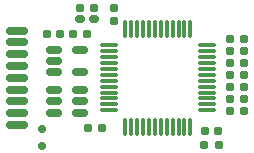
<source format=gbr>
%TF.GenerationSoftware,KiCad,Pcbnew,7.0.9*%
%TF.CreationDate,2024-09-12T17:06:43+08:00*%
%TF.ProjectId,FlyingStone-clone-01,466c7969-6e67-4537-946f-6e652d636c6f,rev?*%
%TF.SameCoordinates,Original*%
%TF.FileFunction,Paste,Top*%
%TF.FilePolarity,Positive*%
%FSLAX46Y46*%
G04 Gerber Fmt 4.6, Leading zero omitted, Abs format (unit mm)*
G04 Created by KiCad (PCBNEW 7.0.9) date 2024-09-12 17:06:43*
%MOMM*%
%LPD*%
G01*
G04 APERTURE LIST*
G04 Aperture macros list*
%AMRoundRect*
0 Rectangle with rounded corners*
0 $1 Rounding radius*
0 $2 $3 $4 $5 $6 $7 $8 $9 X,Y pos of 4 corners*
0 Add a 4 corners polygon primitive as box body*
4,1,4,$2,$3,$4,$5,$6,$7,$8,$9,$2,$3,0*
0 Add four circle primitives for the rounded corners*
1,1,$1+$1,$2,$3*
1,1,$1+$1,$4,$5*
1,1,$1+$1,$6,$7*
1,1,$1+$1,$8,$9*
0 Add four rect primitives between the rounded corners*
20,1,$1+$1,$2,$3,$4,$5,0*
20,1,$1+$1,$4,$5,$6,$7,0*
20,1,$1+$1,$6,$7,$8,$9,0*
20,1,$1+$1,$8,$9,$2,$3,0*%
G04 Aperture macros list end*
%ADD10RoundRect,0.175000X-0.725000X0.175000X-0.725000X-0.175000X0.725000X-0.175000X0.725000X0.175000X0*%
%ADD11RoundRect,0.175000X0.725000X0.175000X-0.725000X0.175000X-0.725000X-0.175000X0.725000X-0.175000X0*%
%ADD12RoundRect,0.160000X0.197500X0.160000X-0.197500X0.160000X-0.197500X-0.160000X0.197500X-0.160000X0*%
%ADD13RoundRect,0.160000X0.222500X0.160000X-0.222500X0.160000X-0.222500X-0.160000X0.222500X-0.160000X0*%
%ADD14RoundRect,0.155000X-0.212500X-0.155000X0.212500X-0.155000X0.212500X0.155000X-0.212500X0.155000X0*%
%ADD15RoundRect,0.160000X-0.197500X-0.160000X0.197500X-0.160000X0.197500X0.160000X-0.197500X0.160000X0*%
%ADD16RoundRect,0.150000X-0.512500X-0.150000X0.512500X-0.150000X0.512500X0.150000X-0.512500X0.150000X0*%
%ADD17RoundRect,0.155000X0.212500X0.155000X-0.212500X0.155000X-0.212500X-0.155000X0.212500X-0.155000X0*%
%ADD18RoundRect,0.150000X0.200000X-0.150000X0.200000X0.150000X-0.200000X0.150000X-0.200000X-0.150000X0*%
%ADD19RoundRect,0.075000X0.662500X0.075000X-0.662500X0.075000X-0.662500X-0.075000X0.662500X-0.075000X0*%
%ADD20RoundRect,0.075000X0.075000X0.662500X-0.075000X0.662500X-0.075000X-0.662500X0.075000X-0.662500X0*%
%ADD21RoundRect,0.150000X0.512500X0.150000X-0.512500X0.150000X-0.512500X-0.150000X0.512500X-0.150000X0*%
%ADD22RoundRect,0.155000X0.155000X-0.212500X0.155000X0.212500X-0.155000X0.212500X-0.155000X-0.212500X0*%
G04 APERTURE END LIST*
D10*
%TO.C,J1*%
X105050000Y-109750000D03*
X105050000Y-107750000D03*
X105050000Y-105750000D03*
X105050000Y-103750000D03*
X105050000Y-102750000D03*
X105050000Y-104750000D03*
X105050000Y-106750000D03*
X105050000Y-108750000D03*
D11*
X105050000Y-110750000D03*
%TD*%
D12*
%TO.C,R8*%
X124315000Y-108520000D03*
X123120000Y-108520000D03*
%TD*%
%TO.C,R7*%
X124315000Y-109520000D03*
X123120000Y-109520000D03*
%TD*%
D13*
%TO.C,D2*%
X111562500Y-101800000D03*
X110417500Y-101800000D03*
%TD*%
D14*
%TO.C,C9*%
X123135000Y-107510000D03*
X124270000Y-107510000D03*
%TD*%
D15*
%TO.C,R5*%
X123100000Y-103490000D03*
X124295000Y-103490000D03*
%TD*%
D16*
%TO.C,U3*%
X108175000Y-104360000D03*
X108175000Y-105310000D03*
X108175000Y-106260000D03*
X110450000Y-106260000D03*
X110450000Y-104360000D03*
%TD*%
D17*
%TO.C,C2*%
X110970000Y-103080000D03*
X109835000Y-103080000D03*
%TD*%
D15*
%TO.C,R12*%
X110395000Y-100800000D03*
X111590000Y-100800000D03*
%TD*%
D18*
%TO.C,D1*%
X107150000Y-111107500D03*
X107150000Y-112507500D03*
%TD*%
D15*
%TO.C,R10*%
X123115000Y-106510000D03*
X124310000Y-106510000D03*
%TD*%
D14*
%TO.C,C5*%
X120985000Y-111280000D03*
X122120000Y-111280000D03*
%TD*%
D17*
%TO.C,C4*%
X124260000Y-105500000D03*
X123125000Y-105500000D03*
%TD*%
D19*
%TO.C,U1*%
X121162500Y-109500000D03*
X121162500Y-109000000D03*
X121162500Y-108500000D03*
X121162500Y-108000000D03*
X121162500Y-107500000D03*
X121162500Y-107000000D03*
X121162500Y-106500000D03*
X121162500Y-106000000D03*
X121162500Y-105500000D03*
X121162500Y-105000000D03*
X121162500Y-104500000D03*
X121162500Y-104000000D03*
D20*
X119750000Y-102587500D03*
X119250000Y-102587500D03*
X118750000Y-102587500D03*
X118250000Y-102587500D03*
X117750000Y-102587500D03*
X117250000Y-102587500D03*
X116750000Y-102587500D03*
X116250000Y-102587500D03*
X115750000Y-102587500D03*
X115250000Y-102587500D03*
X114750000Y-102587500D03*
X114250000Y-102587500D03*
D19*
X112837500Y-104000000D03*
X112837500Y-104500000D03*
X112837500Y-105000000D03*
X112837500Y-105500000D03*
X112837500Y-106000000D03*
X112837500Y-106500000D03*
X112837500Y-107000000D03*
X112837500Y-107500000D03*
X112837500Y-108000000D03*
X112837500Y-108500000D03*
X112837500Y-109000000D03*
X112837500Y-109500000D03*
D20*
X114250000Y-110912500D03*
X114750000Y-110912500D03*
X115250000Y-110912500D03*
X115750000Y-110912500D03*
X116250000Y-110912500D03*
X116750000Y-110912500D03*
X117250000Y-110912500D03*
X117750000Y-110912500D03*
X118250000Y-110912500D03*
X118750000Y-110912500D03*
X119250000Y-110912500D03*
X119750000Y-110912500D03*
%TD*%
D21*
%TO.C,U2*%
X110447500Y-109690000D03*
X110447500Y-108740000D03*
X110447500Y-107790000D03*
X108172500Y-107790000D03*
X108172500Y-108740000D03*
X108172500Y-109690000D03*
%TD*%
D22*
%TO.C,C3*%
X113330000Y-101950000D03*
X113330000Y-100815000D03*
%TD*%
D12*
%TO.C,R9*%
X122140000Y-112480000D03*
X120945000Y-112480000D03*
%TD*%
D17*
%TO.C,C6*%
X112237500Y-110970000D03*
X111102500Y-110970000D03*
%TD*%
D12*
%TO.C,R6*%
X124295000Y-104500000D03*
X123100000Y-104500000D03*
%TD*%
D14*
%TO.C,C1*%
X107612500Y-103080000D03*
X108747500Y-103080000D03*
%TD*%
M02*

</source>
